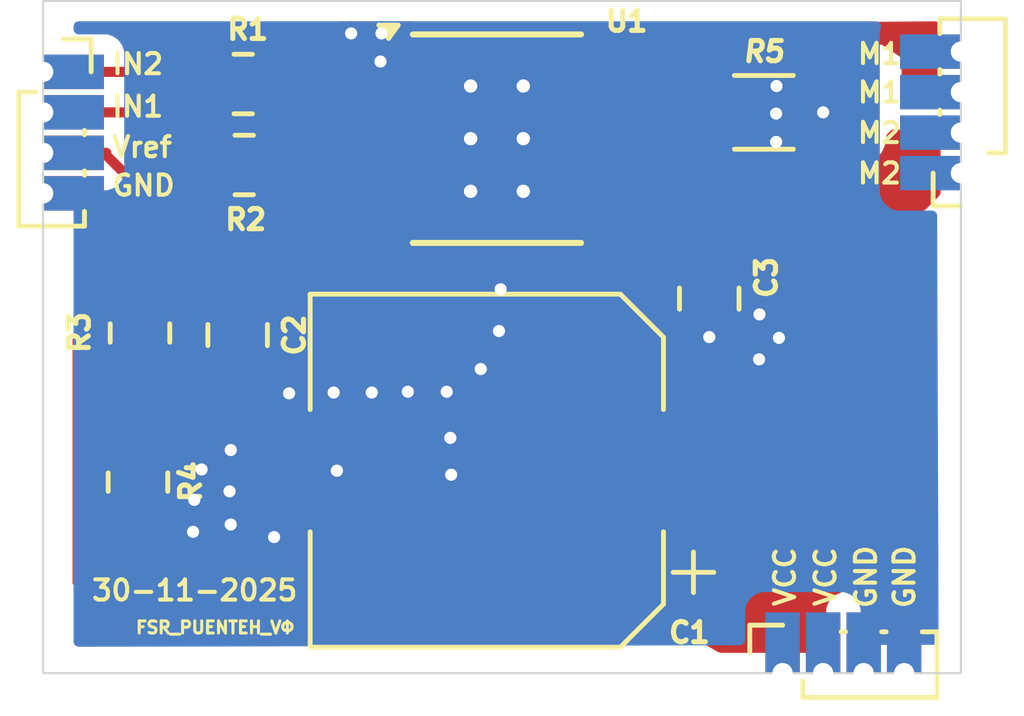
<source format=kicad_pcb>
(kicad_pcb (version 20241229) (generator "pcbnew") (generator_version "9.0")
  (layers (0 "F.Cu" signal) (2 "B.Cu" signal) (13 "F.Paste" user) (15 "B.Paste" user) (5 "F.SilkS" user "F.Silkscreen") (7 "B.SilkS" user "B.Silkscreen") (1 "F.Mask" user) (3 "B.Mask" user) (25 "Edge.Cuts" user))
  (net 0 "")
  (net 1 "GND")
  (net 2 "VCC")
  (net 3 "Net-(J1-Pin_3)")
  (net 4 "Net-(J1-Pin_1)")
  (net 5 "Net-(J1-Pin_2)")
  (net 6 "Net-(J3-Pin_3)")
  (net 7 "Net-(J3-Pin_1)")
  (net 8 "Net-(U1-IN2)")
  (net 9 "Net-(U1-IN1)")
  (net 10 "Net-(U1-ISEN)")
  (footprint "Package_SO:Texas_HTSOP-8-1EP_3.9x4.9mm_P1.27mm_EP2.95x4.9mm_Mask2.4x3.1mm_ThermalVias" (layer "F.Cu") (at 148.95 88.75)
    (property "Reference" "U1" (at 3.2 -2.9 0) (layer "F.SilkS") (effects (font (size 0.5 0.5) (thickness 0.125))))
    (property "Value" "DRV8870DDA" (hide yes))
    (fp_line (start -2.075 -2.575) (end 2.075 -2.575) (stroke (width 0.15)) (layer "F.SilkS"))
    (fp_line (start -2.075 2.575) (end 2.075 2.575) (stroke (width 0.15)) (layer "F.SilkS"))
    (fp_poly (pts (xy -2.675 -2.475) (xy -2.915 -2.805) (xy -2.435 -2.805) (xy -2.675 -2.475)) (stroke (width 0.12)) (fill yes) (layer "F.SilkS"))
    (pad "1" smd rect (at -2.875 -1.905) (size 2.2 0.5) (layers "F.Cu" "F.Mask" "F.Paste") (net 1 "GND"))
    (pad "2" smd rect (at -2.875 -0.635) (size 2.2 0.5) (layers "F.Cu" "F.Mask" "F.Paste") (net 8 "Net-(U1-IN2)"))
    (pad "3" smd rect (at -2.875 0.635) (size 2.2 0.5) (layers "F.Cu" "F.Mask" "F.Paste") (net 9 "Net-(U1-IN1)"))
    (pad "4" smd rect (at -2.875 1.905) (size 2.2 0.5) (layers "F.Cu" "F.Mask" "F.Paste") (net 3 "Net-(J1-Pin_3)"))
    (pad "5" smd rect (at 2.875 1.905) (size 2.2 0.5) (layers "F.Cu" "F.Mask" "F.Paste") (net 2 "VCC"))
    (pad "6" smd rect (at 2.875 0.635) (size 2.2 0.5) (layers "F.Cu" "F.Mask" "F.Paste") (net 7 "Net-(J3-Pin_1)"))
    (pad "7" smd rect (at 2.875 -0.635) (size 2.2 0.5) (layers "F.Cu" "F.Mask" "F.Paste") (net 10 "Net-(U1-ISEN)"))
    (pad "8" smd rect (at 2.875 -1.905) (size 2.2 0.5) (layers "F.Cu" "F.Mask" "F.Paste") (net 6 "Net-(J3-Pin_3)"))
    (pad "9" thru_hole circle (at -0.65 -1.3) (size 0.63 0.63) (drill 0.33) (layers "*.Cu" "*.Mask") (net 1 "GND"))
    (pad "9" thru_hole circle (at -0.65 0) (size 0.63 0.63) (drill 0.33) (layers "*.Cu" "*.Mask") (net 1 "GND"))
    (pad "9" thru_hole circle (at -0.65 1.3) (size 0.63 0.63) (drill 0.33) (layers "*.Cu" "*.Mask") (net 1 "GND"))
    (pad "9" smd rect (at 0 0) (size 2.6 3.3) (layers "B.Cu") (net 1 "GND"))
    (pad "9" smd rect (at 0 0) (size 2.95 4.9) (layers "F.Cu") (net 1 "GND"))
    (pad "9" thru_hole circle (at 0.65 -1.3) (size 0.63 0.63) (drill 0.33) (layers "*.Cu" "*.Mask") (net 1 "GND"))
    (pad "9" thru_hole circle (at 0.65 0) (size 0.63 0.63) (drill 0.33) (layers "*.Cu" "*.Mask") (net 1 "GND"))
    (pad "9" thru_hole circle (at 0.65 1.3) (size 0.63 0.63) (drill 0.33) (layers "*.Cu" "*.Mask") (net 1 "GND"))
  )
  (footprint "Resistor_SMD:R_0805_2012Metric" (layer "F.Cu") (at 140.14 93.55 90)
    (property "Reference" "R3" (at 0.0125 -1.5 90) (layer "F.SilkS") (effects (font (size 0.5 0.5) (thickness 0.125))))
    (property "Value" "R_US" (hide yes))
    (fp_line (start -0.227064 -0.735) (end 0.227064 -0.735) (stroke (width 0.12)) (layer "F.SilkS"))
    (fp_line (start -0.227064 0.735) (end 0.227064 0.735) (stroke (width 0.12)) (layer "F.SilkS"))
    (pad "1" smd roundrect (at -0.9125 0 90) (size 1.025 1.4) (layers "F.Cu" "F.Mask" "F.Paste") (roundrect_rratio 0.243902) (net 3 "Net-(J1-Pin_3)"))
    (pad "2" smd roundrect (at 0.9125 0 90) (size 1.025 1.4) (layers "F.Cu" "F.Mask" "F.Paste") (roundrect_rratio 0.243902) (net 2 "VCC"))
  )
  (footprint "Resistor_SMD:R_0805_2012Metric" (layer "F.Cu") (at 142.6875 87.4)
    (property "Reference" "R1" (at 0.1125 -1.35 0) (layer "F.SilkS") (effects (font (size 0.5 0.5) (thickness 0.125))))
    (property "Value" "R_US" (hide yes))
    (fp_line (start -0.227064 -0.735) (end 0.227064 -0.735) (stroke (width 0.12)) (layer "F.SilkS"))
    (fp_line (start -0.227064 0.735) (end 0.227064 0.735) (stroke (width 0.12)) (layer "F.SilkS"))
    (pad "1" smd roundrect (at -0.9125 0) (size 1.025 1.4) (layers "F.Cu" "F.Mask" "F.Paste") (roundrect_rratio 0.243902) (net 5 "Net-(J1-Pin_2)"))
    (pad "2" smd roundrect (at 0.9125 0) (size 1.025 1.4) (layers "F.Cu" "F.Mask" "F.Paste") (roundrect_rratio 0.243902) (net 8 "Net-(U1-IN2)"))
  )
  (footprint "Capacitor_SMD:C_0805_2012Metric" (layer "F.Cu") (at 142.55 93.6 -90)
    (property "Reference" "C2" (at 0 -1.4 90) (layer "F.SilkS") (effects (font (size 0.5 0.5) (thickness 0.125))))
    (property "Value" "C" (hide yes))
    (fp_line (start -0.261252 0.735) (end 0.261252 0.735) (stroke (width 0.12)) (layer "F.SilkS"))
    (fp_line (start -0.261252 -0.735) (end 0.261252 -0.735) (stroke (width 0.12)) (layer "F.SilkS"))
    (pad "1" smd roundrect (at -0.95 0 270) (size 1 1.45) (layers "F.Cu" "F.Mask" "F.Paste") (net 3 "Net-(J1-Pin_3)"))
    (pad "2" smd roundrect (at 0.95 0 270) (size 1 1.45) (layers "F.Cu" "F.Mask" "F.Paste") (net 1 "GND"))
  )
  (footprint "Resistor_SMD:R_0805_2012Metric" (layer "F.Cu") (at 142.7125 89.4)
    (property "Reference" "R2" (at 0.0375 1.35 0) (layer "F.SilkS") (effects (font (size 0.5 0.5) (thickness 0.125))))
    (property "Value" "R_US" (hide yes))
    (fp_line (start -0.227064 -0.735) (end 0.227064 -0.735) (stroke (width 0.12)) (layer "F.SilkS"))
    (fp_line (start -0.227064 0.735) (end 0.227064 0.735) (stroke (width 0.12)) (layer "F.SilkS"))
    (pad "1" smd roundrect (at -0.9125 0) (size 1.025 1.4) (layers "F.Cu" "F.Mask" "F.Paste") (roundrect_rratio 0.243902) (net 4 "Net-(J1-Pin_1)"))
    (pad "2" smd roundrect (at 0.9125 0) (size 1.025 1.4) (layers "F.Cu" "F.Mask" "F.Paste") (roundrect_rratio 0.243902) (net 9 "Net-(U1-IN1)"))
  )
  (footprint "Capacitor_SMD:C_0805_2012Metric" (layer "F.Cu") (at 154.19 92.7 -90)
    (property "Reference" "C3" (at -0.52 -1.41 90) (layer "F.SilkS") (effects (font (size 0.5 0.5) (thickness 0.125))))
    (property "Value" "C" (hide yes))
    (fp_line (start -0.261252 0.735) (end 0.261252 0.735) (stroke (width 0.12)) (layer "F.SilkS"))
    (fp_line (start -0.261252 -0.735) (end 0.261252 -0.735) (stroke (width 0.12)) (layer "F.SilkS"))
    (pad "1" smd roundrect (at -0.95 0 270) (size 1 1.45) (layers "F.Cu" "F.Mask" "F.Paste") (net 2 "VCC"))
    (pad "2" smd roundrect (at 0.95 0 270) (size 1 1.45) (layers "F.Cu" "F.Mask" "F.Paste") (net 1 "GND"))
  )
  (footprint "Connector_PinSocket_1.00mm:PinSocket_1x04_P1.00mm_Vertical" (layer "F.Cu") (at 156 101.45 90)
    (property "Reference" "J2" (hide yes))
    (property "Value" "Conn_01x04_Socket" (hide yes))
    (fp_line (start 0.685 -0.81) (end 0.685 0) (stroke (width 0.12)) (layer "F.SilkS"))
    (fp_line (start 0 -0.81) (end 0.685 -0.81) (stroke (width 0.12)) (layer "F.SilkS"))
    (fp_line (start -1.1 0.5) (end -0.685 0.5) (stroke (width 0.12)) (layer "F.SilkS"))
    (fp_line (start -1.1 0.5) (end -1.1 3.81) (stroke (width 0.12)) (layer "F.SilkS"))
    (fp_line (start 0.52 1.445898) (end 0.52 1.554102) (stroke (width 0.12)) (layer "F.SilkS"))
    (fp_line (start 0.52 2.445898) (end 0.52 2.554102) (stroke (width 0.12)) (layer "F.SilkS"))
    (fp_line (start 0.52 3.445898) (end 0.52 3.81) (stroke (width 0.12)) (layer "F.SilkS"))
    (fp_line (start -1.1 3.81) (end 0.52 3.81) (stroke (width 0.12)) (layer "F.SilkS"))
    (pad "1" thru_hole rect (at -0.5 0 90) (size 1.5 0.85) (drill 0.5 (offset 0.75 0)) (layers "*.Cu" "*.Mask") (net 2 "VCC"))
    (pad "2" thru_hole rect (at -0.5 1 90) (size 1.5 0.85) (drill 0.5 (offset 0.75 0)) (layers "*.Cu" "*.Mask") (net 2 "VCC"))
    (pad "3" thru_hole rect (at -0.5 2 90) (size 1.5 0.85) (drill 0.5 (offset 0.75 0)) (layers "*.Cu" "*.Mask") (net 1 "GND"))
    (pad "4" thru_hole rect (at -0.5 3 90) (size 1.5 0.85) (drill 0.5 (offset 0.75 0)) (layers "*.Cu" "*.Mask") (net 1 "GND"))
  )
  (footprint "Resistor_SMD:R_0805_2012Metric" (layer "F.Cu") (at 140.09 97.2325 90)
    (property "Reference" "R4" (at 0.0125 1.3 90) (layer "F.SilkS") (effects (font (size 0.5 0.5) (thickness 0.125))))
    (property "Value" "R_US" (hide yes))
    (fp_line (start -0.227064 -0.735) (end 0.227064 -0.735) (stroke (width 0.12)) (layer "F.SilkS"))
    (fp_line (start -0.227064 0.735) (end 0.227064 0.735) (stroke (width 0.12)) (layer "F.SilkS"))
    (pad "1" smd roundrect (at -0.9125 0 90) (size 1.025 1.4) (layers "F.Cu" "F.Mask" "F.Paste") (roundrect_rratio 0.243902) (net 1 "GND"))
    (pad "2" smd roundrect (at 0.9125 0 90) (size 1.025 1.4) (layers "F.Cu" "F.Mask" "F.Paste") (roundrect_rratio 0.243902) (net 3 "Net-(J1-Pin_3)"))
  )
  (footprint "Connector_PinSocket_1.00mm:PinSocket_1x04_P1.00mm_Vertical" (layer "F.Cu") (at 160.4 89.6 180)
    (property "Reference" "J3" (hide yes))
    (property "Value" "Conn_01x04_Socket" (hide yes))
    (fp_line (start 0.685 -0.81) (end 0.685 0) (stroke (width 0.12)) (layer "F.SilkS"))
    (fp_line (start 0.52 3.445898) (end 0.52 3.81) (stroke (width 0.12)) (layer "F.SilkS"))
    (fp_line (start 0.52 2.445898) (end 0.52 2.554102) (stroke (width 0.12)) (layer "F.SilkS"))
    (fp_line (start 0.52 1.445898) (end 0.52 1.554102) (stroke (width 0.12)) (layer "F.SilkS"))
    (fp_line (start 0 -0.81) (end 0.685 -0.81) (stroke (width 0.12)) (layer "F.SilkS"))
    (fp_line (start -1.1 3.81) (end 0.52 3.81) (stroke (width 0.12)) (layer "F.SilkS"))
    (fp_line (start -1.1 0.5) (end -0.685 0.5) (stroke (width 0.12)) (layer "F.SilkS"))
    (fp_line (start -1.1 0.5) (end -1.1 3.81) (stroke (width 0.12)) (layer "F.SilkS"))
    (pad "1" thru_hole rect (at 0 0 180) (size 1.5 0.85) (drill 0.5 (offset 0.75 0)) (layers "*.Cu" "*.Mask") (net 7 "Net-(J3-Pin_1)"))
    (pad "2" thru_hole rect (at 0 1 180) (size 1.5 0.85) (drill 0.5 (offset 0.75 0)) (layers "*.Cu" "*.Mask") (net 7 "Net-(J3-Pin_1)"))
    (pad "3" thru_hole rect (at 0 2 180) (size 1.5 0.85) (drill 0.5 (offset 0.75 0)) (layers "*.Cu" "*.Mask") (net 6 "Net-(J3-Pin_3)"))
    (pad "4" thru_hole rect (at 0 3 180) (size 1.5 0.85) (drill 0.5 (offset 0.75 0)) (layers "*.Cu" "*.Mask") (net 6 "Net-(J3-Pin_3)"))
  )
  (footprint "Resistor_SMD:R_1206_3216Metric" (layer "F.Cu") (at 155.5375 88.1)
    (property "Reference" "R5" (at 0 -1.5 0) (layer "F.SilkS") (effects (font (size 0.5 0.5) (thickness 0.125) (italic yes))))
    (property "Value" "R_US" (hide yes))
    (fp_line (start -0.727064 -0.91) (end 0.727064 -0.91) (stroke (width 0.12)) (layer "F.SilkS"))
    (fp_line (start -0.727064 0.91) (end 0.727064 0.91) (stroke (width 0.12)) (layer "F.SilkS"))
    (pad "1" smd roundrect (at -1.4625 0) (size 1.125 1.75) (layers "F.Cu" "F.Mask" "F.Paste") (roundrect_rratio 0.222222) (net 10 "Net-(U1-ISEN)"))
    (pad "2" smd roundrect (at 1.4625 0) (size 1.125 1.75) (layers "F.Cu" "F.Mask" "F.Paste") (roundrect_rratio 0.222222) (net 1 "GND"))
  )
  (footprint "Capacitor_SMD:CP_Elec_8x10.5" (layer "F.Cu") (at 148.7 96.95 180)
    (property "Reference" "C1" (at -5 -4 0) (layer "F.SilkS") (effects (font (size 0.5 0.5) (thickness 0.125))))
    (property "Value" "C_Polarized" (hide yes))
    (fp_line (start 4.36 4.36) (end 4.36 1.51) (stroke (width 0.12)) (layer "F.SilkS"))
    (fp_line (start 4.36 -4.36) (end 4.36 -1.51) (stroke (width 0.12)) (layer "F.SilkS"))
    (fp_line (start -3.295563 4.36) (end 4.36 4.36) (stroke (width 0.12)) (layer "F.SilkS"))
    (fp_line (start -3.295563 -4.36) (end 4.36 -4.36) (stroke (width 0.12)) (layer "F.SilkS"))
    (fp_line (start -4.36 3.295563) (end -3.295563 4.36) (stroke (width 0.12)) (layer "F.SilkS"))
    (fp_line (start -4.36 3.295563) (end -4.36 1.51) (stroke (width 0.12)) (layer "F.SilkS"))
    (fp_line (start -4.36 -3.295563) (end -3.295563 -4.36) (stroke (width 0.12)) (layer "F.SilkS"))
    (fp_line (start -4.36 -3.295563) (end -4.36 -1.51) (stroke (width 0.12)) (layer "F.SilkS"))
    (fp_line (start -5.1 -3.01) (end -5.1 -2.01) (stroke (width 0.12)) (layer "F.SilkS"))
    (fp_line (start -5.6 -2.51) (end -4.6 -2.51) (stroke (width 0.12)) (layer "F.SilkS"))
    (pad "1" smd roundrect (at -3.7 0 180) (size 4.4 2.5) (layers "F.Cu" "F.Mask" "F.Paste") (roundrect_rratio 0.1) (net 2 "VCC"))
    (pad "2" smd roundrect (at 3.7 0 180) (size 4.4 2.5) (layers "F.Cu" "F.Mask" "F.Paste") (roundrect_rratio 0.1) (net 1 "GND"))
  )
  (footprint "Connector_PinSocket_1.00mm:PinSocket_1x04_P1.00mm_Vertical" (layer "F.Cu") (at 138.25 87.1)
    (property "Reference" "J1" (hide yes))
    (property "Value" "Conn_01x04_Socket" (hide yes))
    (fp_line (start -1.1 0.5) (end -1.1 3.81) (stroke (width 0.12)) (layer "F.SilkS"))
    (fp_line (start -1.1 0.5) (end -0.685 0.5) (stroke (width 0.12)) (layer "F.SilkS"))
    (fp_line (start -1.1 3.81) (end 0.52 3.81) (stroke (width 0.12)) (layer "F.SilkS"))
    (fp_line (start 0 -0.81) (end 0.685 -0.81) (stroke (width 0.12)) (layer "F.SilkS"))
    (fp_line (start 0.52 1.445898) (end 0.52 1.554102) (stroke (width 0.12)) (layer "F.SilkS"))
    (fp_line (start 0.52 2.445898) (end 0.52 2.554102) (stroke (width 0.12)) (layer "F.SilkS"))
    (fp_line (start 0.52 3.445898) (end 0.52 3.81) (stroke (width 0.12)) (layer "F.SilkS"))
    (fp_line (start 0.685 -0.81) (end 0.685 0) (stroke (width 0.12)) (layer "F.SilkS"))
    (pad "1" thru_hole rect (at -0.5 1) (size 1.5 0.85) (drill 0.5 (offset 0.75 0)) (layers "*.Cu" "*.Mask" "Eco1.User") (net 4 "Net-(J1-Pin_1)"))
    (pad "2" thru_hole rect (at -0.5 0) (size 1.5 0.85) (drill 0.5 (offset 0.75 0)) (layers "*.Cu" "B.Mask") (net 5 "Net-(J1-Pin_2)"))
    (pad "3" thru_hole rect (at -0.5 2) (size 1.5 0.85) (drill 0.5 (offset 0.75 0)) (layers "*.Cu" "*.Mask") (net 3 "Net-(J1-Pin_3)"))
    (pad "4" thru_hole rect (at -0.5 3) (size 1.5 0.85) (drill 0.5 (offset 0.75 0)) (layers "*.Cu" "*.Mask") (net 1 "GND"))
  )
  (gr_rect (start 137.75 85.35) (end 160.4 101.95) (stroke (width 0.05)) (fill no) (layer "Edge.Cuts"))
  (gr_text "GND" (at 139.4 90.2 0) (layer "F.SilkS") (effects (font (size 0.5 0.5) (thickness 0.1) (bold yes)) (justify left bottom)))
  (gr_text "Vref" (at 139.4 89.25 0) (layer "F.SilkS") (effects (font (size 0.5 0.5) (thickness 0.1) (bold yes)) (justify left bottom)))
  (gr_text "IN1" (at 139.4 88.25 0) (layer "F.SilkS") (effects (font (size 0.5 0.5) (thickness 0.1) (bold yes)) (justify left bottom)))
  (gr_text "GND" (at 158.35 100.4 90) (layer "F.SilkS") (effects (font (size 0.5 0.5) (thickness 0.1)) (justify left bottom)))
  (gr_text "30-11-2025\n" (at 138.9 100.2 0) (layer "F.SilkS") (effects (font (size 0.5 0.5) (thickness 0.1)) (justify left bottom)))
  (gr_text "M1" (at 157.8 86.95 0) (layer "F.SilkS") (effects (font (size 0.5 0.5) (thickness 0.1) (bold yes)) (justify left bottom)))
  (gr_text "M1" (at 157.8 87.9 0) (layer "F.SilkS") (effects (font (size 0.5 0.5) (thickness 0.1) (bold yes)) (justify left bottom)))
  (gr_text "M2" (at 157.8 89.9 0) (layer "F.SilkS") (effects (font (size 0.5 0.5) (thickness 0.1) (bold yes)) (justify left bottom)))
  (gr_text "FSR_PUENTEH_VФ" (at 140 101 0) (layer "F.SilkS") (effects (font (size 0.3 0.3) (thickness 0.075) (bold yes)) (justify left bottom)))
  (gr_text "VCC" (at 156.35 100.35 90) (layer "F.SilkS") (effects (font (size 0.5 0.5) (thickness 0.1)) (justify left bottom)))
  (gr_text "IN2" (at 139.4 87.2 0) (layer "F.SilkS") (effects (font (size 0.5 0.5) (thickness 0.1) (bold yes)) (justify left bottom)))
  (gr_text "VCC" (at 157.35 100.35 90) (layer "F.SilkS") (effects (font (size 0.5 0.5) (thickness 0.1)) (justify left bottom)))
  (gr_text "GND" (at 159.3 100.4 90) (layer "F.SilkS") (effects (font (size 0.5 0.5) (thickness 0.1)) (justify left bottom)))
  (gr_text "M2" (at 157.8 88.9 0) (layer "F.SilkS") (effects (font (size 0.5 0.5) (thickness 0.1) (bold yes)) (justify left bottom)))
  (via (at 142.35 97.46) (size 0.6) (drill 0.3) (layers "F.Cu" "B.Cu") (net 1))
  (via (at 145 96.95) (size 0.6) (drill 0.3) (layers "F.Cu" "B.Cu") (net 1))
  (via (at 147.71 95) (size 0.6) (drill 0.3) (layers "F.Cu" "B.Cu") (net 1))
  (via (at 141.66 96.92) (size 0.6) (drill 0.3) (layers "F.Cu" "B.Cu") (net 1))
  (via (at 143.82 95.04) (size 0.6) (drill 0.3) (layers "F.Cu" "B.Cu") (net 1))
  (via (at 142.38 98.28) (size 0.6) (drill 0.3) (layers "F.Cu" "B.Cu") (net 1))
  (via (at 142.38 96.44) (size 0.6) (drill 0.3) (layers "F.Cu" "B.Cu") (net 1))
  (via (at 155.84 88.83) (size 0.6) (drill 0.3) (layers "F.Cu" "B.Cu") (net 1))
  (via (at 155.91 93.67) (size 0.6) (drill 0.3) (layers "F.Cu" "B.Cu") (net 1))
  (via (at 157 88.1) (size 0.6) (drill 0.3) (layers "F.Cu" "B.Cu") (net 1))
  (via (at 144.92 95.02) (size 0.6) (drill 0.3) (layers "F.Cu" "B.Cu") (net 1))
  (via (at 143.45 98.59) (size 0.6) (drill 0.3) (layers "F.Cu" "B.Cu") (net 1))
  (via (at 147.82 97.05) (size 0.6) (drill 0.3) (layers "F.Cu" "B.Cu") (net 1))
  (via (at 149.04 92.47) (size 0.6) (drill 0.3) (layers "F.Cu" "B.Cu") (net 1))
  (via (at 141.45 98.46) (size 0.6) (drill 0.3) (layers "F.Cu" "B.Cu") (net 1))
  (via (at 146.75 95) (size 0.6) (drill 0.3) (layers "F.Cu" "B.Cu") (net 1))
  (via (at 145.86 95.02) (size 0.6) (drill 0.3) (layers "F.Cu" "B.Cu") (net 1))
  (via (at 148.55 94.44) (size 0.6) (drill 0.3) (layers "F.Cu" "B.Cu") (net 1))
  (via (at 146.075 86.845) (size 0.6) (drill 0.3) (layers "F.Cu" "B.Cu") (net 1))
  (via (at 145 96.95) (size 0.6) (drill 0.3) (layers "F.Cu" "B.Cu") (net 1))
  (via (at 155.84 88.13) (size 0.6) (drill 0.3) (layers "F.Cu" "B.Cu") (net 1))
  (via (at 149 93.5) (size 0.6) (drill 0.3) (layers "F.Cu" "B.Cu") (net 1))
  (via (at 155.43 93.09) (size 0.6) (drill 0.3) (layers "F.Cu" "B.Cu") (net 1))
  (via (at 154.19 93.65) (size 0.6) (drill 0.3) (layers "F.Cu" "B.Cu") (net 1))
  (via (at 147.8 96.14) (size 0.6) (drill 0.3) (layers "F.Cu" "B.Cu") (net 1))
  (via (at 145.35 86.15) (size 0.6) (drill 0.3) (layers "F.Cu" "B.Cu") (net 1))
  (via (at 155.85 87.45) (size 0.6) (drill 0.3) (layers "F.Cu" "B.Cu") (net 1))
  (via (at 155.42 94.2) (size 0.6) (drill 0.3) (layers "F.Cu" "B.Cu") (net 1))
  (via (at 141.48 97.67) (size 0.6) (drill 0.3) (layers "F.Cu" "B.Cu") (net 1))
  (via (at 146.1 86.15) (size 0.6) (drill 0.3) (layers "F.Cu" "B.Cu") (net 1))
  (segment (start 139.7025 92.6375) (end 138.6 93.74) (width 0.25) (layer "F.Cu") (net 2))
  (segment (start 139.44 100.54) (end 148.81 100.54) (width 0.25) (layer "F.Cu") (net 2))
  (segment (start 152.92 91.75) (end 151.825 90.655) (width 0.75) (layer "F.Cu") (net 2))
  (segment (start 138.6 99.7) (end 139.44 100.54) (width 0.25) (layer "F.Cu") (net 2))
  (segment (start 154.19 91.75) (end 152.92 91.75) (width 0.75) (layer "F.Cu") (net 2))
  (segment (start 140.14 92.6375) (end 139.7025 92.6375) (width 0.25) (layer "F.Cu") (net 2))
  (segment (start 148.81 100.54) (end 152.4 96.95) (width 0.25) (layer "F.Cu") (net 2))
  (segment (start 138.6 93.74) (end 138.6 99.7) (width 0.25) (layer "F.Cu") (net 2))
  (segment (start 140.25 94.475) (end 140.425 94.475) (width 0.25) (layer "F.Cu") (net 3))
  (segment (start 142.2625 92.6375) (end 142.3 92.6) (width 0.25) (layer "F.Cu") (net 3))
  (segment (start 144.545 90.655) (end 142.55 92.65) (width 0.25) (layer "F.Cu") (net 3))
  (segment (start 142.55 92.4) (end 139.25 89.1) (width 0.25) (layer "F.Cu") (net 3))
  (segment (start 140.14 94.4625) (end 140.14 96.27) (width 0.25) (layer "F.Cu") (net 3))
  (segment (start 145.89 90.84) (end 146.075 90.655) (width 0.25) (layer "F.Cu") (net 3))
  (segment (start 142.55 92.65) (end 142.55 92.4) (width 0.25) (layer "F.Cu") (net 3))
  (segment (start 139.25 89.1) (end 139.31 89.1) (width 0.25) (layer "F.Cu") (net 3))
  (segment (start 140.7375 94.4625) (end 142.55 92.65) (width 0.25) (layer "F.Cu") (net 3))
  (segment (start 146.075 90.655) (end 144.545 90.655) (width 0.25) (layer "F.Cu") (net 3))
  (segment (start 140.14 94.4625) (end 140.7375 94.4625) (width 0.25) (layer "F.Cu") (net 3))
  (segment (start 140.14 96.27) (end 140.09 96.32) (width 0.25) (layer "F.Cu") (net 3))
  (segment (start 141.8 89.4) (end 140.5 88.1) (width 0.25) (layer "F.Cu") (net 4))
  (segment (start 140.5 88.1) (end 138.376 88.1) (width 0.25) (layer "F.Cu") (net 4))
  (segment (start 141.475 87.1) (end 138.376 87.1) (width 0.25) (layer "F.Cu") (net 5))
  (segment (start 141.775 87.4) (end 141.475 87.1) (width 0.25) (layer "F.Cu") (net 5))
  (segment (start 143.6 87.4) (end 144.315 88.115) (width 0.25) (layer "F.Cu") (net 8))
  (segment (start 144.315 88.115) (end 146.075 88.115) (width 0.25) (layer "F.Cu") (net 8))
  (segment (start 146.06 89.4) (end 146.075 89.385) (width 0.25) (layer "F.Cu") (net 9))
  (segment (start 143.625 89.4) (end 146.06 89.4) (width 0.25) (layer "F.Cu") (net 9))
  (segment (start 151.825 88.115) (end 154.06 88.115) (width 0.75) (layer "F.Cu") (net 10))
  (segment (start 154.06 88.115) (end 154.075 88.1) (width 0.75) (layer "F.Cu") (net 10))
  (zone (net 1) (net_name "GND") (layer "F.Cu") (priority 5) (connect_pads yes (clearance 0.5)) (min_thickness 0.25) (fill yes (thermal_gap 0.5) (thermal_bridge_width 0.5))
    (polygon (pts (xy 155.73 87.05) (xy 157.56 87.05) (xy 158.05 87.54) (xy 158.05 88.78) (xy 157.63 89.2) (xy 155.63 89.2) (xy 155.13 88.7) (xy 155.13 87.65)))
  )
  (zone (net 6) (net_name "Net-(J3-Pin_3)") (layer "F.Cu") (priority 3) (connect_pads yes (clearance 0.5)) (min_thickness 0.25) (fill yes (thermal_gap 0.5) (thermal_bridge_width 0.5))
    (polygon (pts (xy 151.02 86.99) (xy 152.67 86.99) (xy 152.82 86.82) (xy 152.84 86.46) (xy 152.95 86.38) (xy 158.45 86.43) (xy 158.93 86.75) (xy 158.95 87.81) (xy 159.07 87.94) (xy 159.96 87.94) (xy 160.04 87.81) (xy 160.05 86.86) (xy 160.06 85.98) (xy 159.87 85.85) (xy 150.73 85.93) (xy 150.64 86.07) (xy 150.67 86.77)))
  )
  (zone (net 7) (net_name "Net-(J3-Pin_1)") (layer "F.Cu") (priority 4) (connect_pads yes (clearance 0.5)) (min_thickness 0.25) (fill yes (thermal_gap 0.5) (thermal_bridge_width 0.5))
    (polygon (pts (xy 153.33 89.37) (xy 153.67 89.71) (xy 157.51 89.71) (xy 158.79 88.43) (xy 159.89 88.43) (xy 160.01 88.55) (xy 160.01 90.02) (xy 159.49 90.54) (xy 153.39 90.54) (xy 152.83 89.98) (xy 151.23 89.98) (xy 150.98 89.73) (xy 150.98 89.53) (xy 151.09 89.37) (xy 151.19 89.36) (xy 151.24 89.37)))
  )
  (zone (net 1) (net_name "GND") (layer "F.Cu") (priority 6) (connect_pads yes (clearance 0.5)) (min_thickness 0.25) (fill yes (thermal_gap 0.5) (thermal_bridge_width 0.5))
    (polygon (pts (xy 153.93 92.7) (xy 155.95 92.7) (xy 156.36 93.11) (xy 156.36 94.16) (xy 155.93 94.59) (xy 153.84 94.59) (xy 153.43 94.18) (xy 153.43 93.2)))
  )
  (zone (net 1) (net_name "GND") (layer "F.Cu") (priority 7) (connect_pads yes (clearance 0.5)) (min_thickness 0.25) (fill yes (thermal_gap 0.5) (thermal_bridge_width 0.5))
    (polygon (pts (xy 147.08 86.46) (xy 147.08 86.06) (xy 146.87 85.85) (xy 145.05 85.85) (xy 144.59 86.31) (xy 144.59 86.94) (xy 144.79 87.14) (xy 146.4 87.14)))
  )
  (zone (net 1) (net_name "GND") (layer "F.Cu") (priority 2) (connect_pads yes (clearance 0.5)) (min_thickness 0.25) (fill yes (thermal_gap 0.5) (thermal_bridge_width 0.5))
    (polygon (pts (xy 140.09 97.2325) (xy 140.7 97.2625) (xy 142.3 95.55) (xy 142.4 94.45) (xy 146.9 93.7) (xy 147.84 92.86) (xy 147.85 88.1) (xy 149.95 88.1) (xy 149.7 94.11) (xy 149.37 96.61) (xy 147.7 98.8) (xy 139.86 98.73) (xy 139.61 97.91)))
  )
  (zone (net 2) (net_name "VCC") (layer "F.Cu") (priority 1) (connect_pads yes (clearance 0.5)) (min_thickness 0.25) (fill yes (thermal_gap 0.5) (thermal_bridge_width 0.5))
    (polygon (pts (xy 154.7 101.6) (xy 157.5 101.7325) (xy 157.5 97.05) (xy 155.15 95.55) (xy 153.15 95.55) (xy 153.1 91.15) (xy 152.65 90.65) (xy 151 90.65) (xy 151.1 95) (xy 150.1 95.75) (xy 150.1 98.95)))
  )
  (zone (net 1) (net_name "GND") (layer "B.Cu") (connect_pads yes (clearance 0.5)) (min_thickness 0.25) (fill yes (thermal_gap 0.5) (thermal_bridge_width 0.5))
    (polygon (pts (xy 138.5 85.741128) (xy 159.799154 85.69113) (xy 159.85 101.25) (xy 138.5 101.3)))
  )
)
</source>
